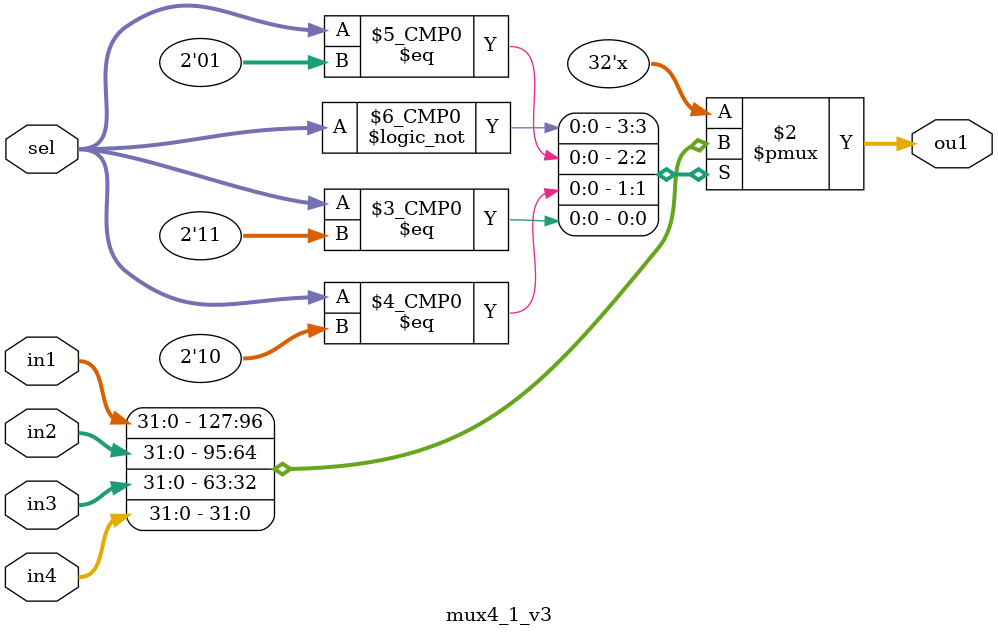
<source format=v>

module mux4_1_v3 #(
  parameter Width = 32
) (
  input      [Width-1:0] in1,
  input      [Width-1:0] in2,
  input      [Width-1:0] in3,
  input      [Width-1:0] in4,
  input            [1:0] sel,
  output reg [Width-1:0] ou1
);

  always @(in1,in2,in3,in4,sel) begin
    case (sel)
      2'd0   : ou1 = in1;
      2'd1   : ou1 = in2;
      2'd2   : ou1 = in3;
      2'd3   : ou1 = in4;
      default: ou1 = 0;
    endcase
  end

endmodule

</source>
